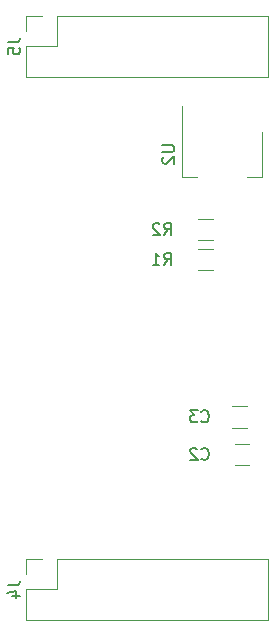
<source format=gbo>
G04 #@! TF.GenerationSoftware,KiCad,Pcbnew,(5.0.0)*
G04 #@! TF.CreationDate,2018-08-08T21:20:56+01:00*
G04 #@! TF.ProjectId,armm0,61726D6D302E6B696361645F70636200,rev?*
G04 #@! TF.SameCoordinates,Original*
G04 #@! TF.FileFunction,Legend,Bot*
G04 #@! TF.FilePolarity,Positive*
%FSLAX46Y46*%
G04 Gerber Fmt 4.6, Leading zero omitted, Abs format (unit mm)*
G04 Created by KiCad (PCBNEW (5.0.0)) date 08/08/18 21:20:56*
%MOMM*%
%LPD*%
G01*
G04 APERTURE LIST*
%ADD10C,0.120000*%
%ADD11C,0.150000*%
%ADD12R,1.727200X1.727200*%
%ADD13O,1.727200X1.727200*%
%ADD14C,0.100000*%
%ADD15C,1.425000*%
%ADD16R,1.700000X1.700000*%
%ADD17O,1.700000X1.700000*%
%ADD18R,1.500000X2.000000*%
%ADD19R,3.800000X2.000000*%
G04 APERTURE END LIST*
D10*
G04 #@! TO.C,R1*
X95087064Y-52980000D02*
X93882936Y-52980000D01*
X95087064Y-51160000D02*
X93882936Y-51160000D01*
G04 #@! TO.C,R2*
X95087064Y-48620000D02*
X93882936Y-48620000D01*
X95087064Y-50440000D02*
X93882936Y-50440000D01*
G04 #@! TO.C,J5*
X79315000Y-31436000D02*
X79315000Y-32766000D01*
X80645000Y-31436000D02*
X79315000Y-31436000D01*
X79315000Y-34036000D02*
X79315000Y-36636000D01*
X81915000Y-34036000D02*
X79315000Y-34036000D01*
X81915000Y-31436000D02*
X81915000Y-34036000D01*
X79315000Y-36636000D02*
X99755000Y-36636000D01*
X81915000Y-31436000D02*
X99755000Y-31436000D01*
X99755000Y-31436000D02*
X99755000Y-36636000D01*
G04 #@! TO.C,J4*
X99755000Y-77410000D02*
X99755000Y-82610000D01*
X81915000Y-77410000D02*
X99755000Y-77410000D01*
X79315000Y-82610000D02*
X99755000Y-82610000D01*
X81915000Y-77410000D02*
X81915000Y-80010000D01*
X81915000Y-80010000D02*
X79315000Y-80010000D01*
X79315000Y-80010000D02*
X79315000Y-82610000D01*
X80645000Y-77410000D02*
X79315000Y-77410000D01*
X79315000Y-77410000D02*
X79315000Y-78740000D01*
G04 #@! TO.C,C3*
X96770436Y-64495000D02*
X97974564Y-64495000D01*
X96770436Y-66315000D02*
X97974564Y-66315000D01*
G04 #@! TO.C,C2*
X96970436Y-67670000D02*
X98174564Y-67670000D01*
X96970436Y-69490000D02*
X98174564Y-69490000D01*
G04 #@! TO.C,U2*
X92475000Y-39055000D02*
X92475000Y-45065000D01*
X99295000Y-41305000D02*
X99295000Y-45065000D01*
X92475000Y-45065000D02*
X93735000Y-45065000D01*
X99295000Y-45065000D02*
X98035000Y-45065000D01*
G04 #@! TO.C,R1*
D11*
X90971666Y-52522380D02*
X91305000Y-52046190D01*
X91543095Y-52522380D02*
X91543095Y-51522380D01*
X91162142Y-51522380D01*
X91066904Y-51570000D01*
X91019285Y-51617619D01*
X90971666Y-51712857D01*
X90971666Y-51855714D01*
X91019285Y-51950952D01*
X91066904Y-51998571D01*
X91162142Y-52046190D01*
X91543095Y-52046190D01*
X90019285Y-52522380D02*
X90590714Y-52522380D01*
X90305000Y-52522380D02*
X90305000Y-51522380D01*
X90400238Y-51665238D01*
X90495476Y-51760476D01*
X90590714Y-51808095D01*
G04 #@! TO.C,R2*
X90971666Y-49982380D02*
X91305000Y-49506190D01*
X91543095Y-49982380D02*
X91543095Y-48982380D01*
X91162142Y-48982380D01*
X91066904Y-49030000D01*
X91019285Y-49077619D01*
X90971666Y-49172857D01*
X90971666Y-49315714D01*
X91019285Y-49410952D01*
X91066904Y-49458571D01*
X91162142Y-49506190D01*
X91543095Y-49506190D01*
X90590714Y-49077619D02*
X90543095Y-49030000D01*
X90447857Y-48982380D01*
X90209761Y-48982380D01*
X90114523Y-49030000D01*
X90066904Y-49077619D01*
X90019285Y-49172857D01*
X90019285Y-49268095D01*
X90066904Y-49410952D01*
X90638333Y-49982380D01*
X90019285Y-49982380D01*
G04 #@! TO.C,J5*
X77767380Y-33702666D02*
X78481666Y-33702666D01*
X78624523Y-33655047D01*
X78719761Y-33559809D01*
X78767380Y-33416952D01*
X78767380Y-33321714D01*
X77767380Y-34655047D02*
X77767380Y-34178857D01*
X78243571Y-34131238D01*
X78195952Y-34178857D01*
X78148333Y-34274095D01*
X78148333Y-34512190D01*
X78195952Y-34607428D01*
X78243571Y-34655047D01*
X78338809Y-34702666D01*
X78576904Y-34702666D01*
X78672142Y-34655047D01*
X78719761Y-34607428D01*
X78767380Y-34512190D01*
X78767380Y-34274095D01*
X78719761Y-34178857D01*
X78672142Y-34131238D01*
G04 #@! TO.C,J4*
X77767380Y-79676666D02*
X78481666Y-79676666D01*
X78624523Y-79629047D01*
X78719761Y-79533809D01*
X78767380Y-79390952D01*
X78767380Y-79295714D01*
X78100714Y-80581428D02*
X78767380Y-80581428D01*
X77719761Y-80343333D02*
X78434047Y-80105238D01*
X78434047Y-80724285D01*
G04 #@! TO.C,C3*
X94146666Y-65762142D02*
X94194285Y-65809761D01*
X94337142Y-65857380D01*
X94432380Y-65857380D01*
X94575238Y-65809761D01*
X94670476Y-65714523D01*
X94718095Y-65619285D01*
X94765714Y-65428809D01*
X94765714Y-65285952D01*
X94718095Y-65095476D01*
X94670476Y-65000238D01*
X94575238Y-64905000D01*
X94432380Y-64857380D01*
X94337142Y-64857380D01*
X94194285Y-64905000D01*
X94146666Y-64952619D01*
X93813333Y-64857380D02*
X93194285Y-64857380D01*
X93527619Y-65238333D01*
X93384761Y-65238333D01*
X93289523Y-65285952D01*
X93241904Y-65333571D01*
X93194285Y-65428809D01*
X93194285Y-65666904D01*
X93241904Y-65762142D01*
X93289523Y-65809761D01*
X93384761Y-65857380D01*
X93670476Y-65857380D01*
X93765714Y-65809761D01*
X93813333Y-65762142D01*
G04 #@! TO.C,C2*
X94146666Y-68937142D02*
X94194285Y-68984761D01*
X94337142Y-69032380D01*
X94432380Y-69032380D01*
X94575238Y-68984761D01*
X94670476Y-68889523D01*
X94718095Y-68794285D01*
X94765714Y-68603809D01*
X94765714Y-68460952D01*
X94718095Y-68270476D01*
X94670476Y-68175238D01*
X94575238Y-68080000D01*
X94432380Y-68032380D01*
X94337142Y-68032380D01*
X94194285Y-68080000D01*
X94146666Y-68127619D01*
X93765714Y-68127619D02*
X93718095Y-68080000D01*
X93622857Y-68032380D01*
X93384761Y-68032380D01*
X93289523Y-68080000D01*
X93241904Y-68127619D01*
X93194285Y-68222857D01*
X93194285Y-68318095D01*
X93241904Y-68460952D01*
X93813333Y-69032380D01*
X93194285Y-69032380D01*
G04 #@! TO.C,U2*
X90837380Y-42393095D02*
X91646904Y-42393095D01*
X91742142Y-42440714D01*
X91789761Y-42488333D01*
X91837380Y-42583571D01*
X91837380Y-42774047D01*
X91789761Y-42869285D01*
X91742142Y-42916904D01*
X91646904Y-42964523D01*
X90837380Y-42964523D01*
X90932619Y-43393095D02*
X90885000Y-43440714D01*
X90837380Y-43535952D01*
X90837380Y-43774047D01*
X90885000Y-43869285D01*
X90932619Y-43916904D01*
X91027857Y-43964523D01*
X91123095Y-43964523D01*
X91265952Y-43916904D01*
X91837380Y-43345476D01*
X91837380Y-43964523D01*
G04 #@! TD*
%LPC*%
D12*
G04 #@! TO.C,J1*
X78740000Y-46355000D03*
D13*
X81280000Y-46355000D03*
X78740000Y-48895000D03*
X81280000Y-48895000D03*
X78740000Y-51435000D03*
X81280000Y-51435000D03*
X78740000Y-53975000D03*
X81280000Y-53975000D03*
X78740000Y-56515000D03*
X81280000Y-56515000D03*
X78740000Y-59055000D03*
X81280000Y-59055000D03*
X78740000Y-61595000D03*
X81280000Y-61595000D03*
X78740000Y-64135000D03*
X81280000Y-64135000D03*
X78740000Y-66675000D03*
X81280000Y-66675000D03*
X78740000Y-69215000D03*
X81280000Y-69215000D03*
G04 #@! TD*
D14*
G04 #@! TO.C,R1*
G36*
X93484504Y-51196204D02*
X93508773Y-51199804D01*
X93532571Y-51205765D01*
X93555671Y-51214030D01*
X93577849Y-51224520D01*
X93598893Y-51237133D01*
X93618598Y-51251747D01*
X93636777Y-51268223D01*
X93653253Y-51286402D01*
X93667867Y-51306107D01*
X93680480Y-51327151D01*
X93690970Y-51349329D01*
X93699235Y-51372429D01*
X93705196Y-51396227D01*
X93708796Y-51420496D01*
X93710000Y-51445000D01*
X93710000Y-52695000D01*
X93708796Y-52719504D01*
X93705196Y-52743773D01*
X93699235Y-52767571D01*
X93690970Y-52790671D01*
X93680480Y-52812849D01*
X93667867Y-52833893D01*
X93653253Y-52853598D01*
X93636777Y-52871777D01*
X93618598Y-52888253D01*
X93598893Y-52902867D01*
X93577849Y-52915480D01*
X93555671Y-52925970D01*
X93532571Y-52934235D01*
X93508773Y-52940196D01*
X93484504Y-52943796D01*
X93460000Y-52945000D01*
X92535000Y-52945000D01*
X92510496Y-52943796D01*
X92486227Y-52940196D01*
X92462429Y-52934235D01*
X92439329Y-52925970D01*
X92417151Y-52915480D01*
X92396107Y-52902867D01*
X92376402Y-52888253D01*
X92358223Y-52871777D01*
X92341747Y-52853598D01*
X92327133Y-52833893D01*
X92314520Y-52812849D01*
X92304030Y-52790671D01*
X92295765Y-52767571D01*
X92289804Y-52743773D01*
X92286204Y-52719504D01*
X92285000Y-52695000D01*
X92285000Y-51445000D01*
X92286204Y-51420496D01*
X92289804Y-51396227D01*
X92295765Y-51372429D01*
X92304030Y-51349329D01*
X92314520Y-51327151D01*
X92327133Y-51306107D01*
X92341747Y-51286402D01*
X92358223Y-51268223D01*
X92376402Y-51251747D01*
X92396107Y-51237133D01*
X92417151Y-51224520D01*
X92439329Y-51214030D01*
X92462429Y-51205765D01*
X92486227Y-51199804D01*
X92510496Y-51196204D01*
X92535000Y-51195000D01*
X93460000Y-51195000D01*
X93484504Y-51196204D01*
X93484504Y-51196204D01*
G37*
D15*
X92997500Y-52070000D03*
D14*
G36*
X96459504Y-51196204D02*
X96483773Y-51199804D01*
X96507571Y-51205765D01*
X96530671Y-51214030D01*
X96552849Y-51224520D01*
X96573893Y-51237133D01*
X96593598Y-51251747D01*
X96611777Y-51268223D01*
X96628253Y-51286402D01*
X96642867Y-51306107D01*
X96655480Y-51327151D01*
X96665970Y-51349329D01*
X96674235Y-51372429D01*
X96680196Y-51396227D01*
X96683796Y-51420496D01*
X96685000Y-51445000D01*
X96685000Y-52695000D01*
X96683796Y-52719504D01*
X96680196Y-52743773D01*
X96674235Y-52767571D01*
X96665970Y-52790671D01*
X96655480Y-52812849D01*
X96642867Y-52833893D01*
X96628253Y-52853598D01*
X96611777Y-52871777D01*
X96593598Y-52888253D01*
X96573893Y-52902867D01*
X96552849Y-52915480D01*
X96530671Y-52925970D01*
X96507571Y-52934235D01*
X96483773Y-52940196D01*
X96459504Y-52943796D01*
X96435000Y-52945000D01*
X95510000Y-52945000D01*
X95485496Y-52943796D01*
X95461227Y-52940196D01*
X95437429Y-52934235D01*
X95414329Y-52925970D01*
X95392151Y-52915480D01*
X95371107Y-52902867D01*
X95351402Y-52888253D01*
X95333223Y-52871777D01*
X95316747Y-52853598D01*
X95302133Y-52833893D01*
X95289520Y-52812849D01*
X95279030Y-52790671D01*
X95270765Y-52767571D01*
X95264804Y-52743773D01*
X95261204Y-52719504D01*
X95260000Y-52695000D01*
X95260000Y-51445000D01*
X95261204Y-51420496D01*
X95264804Y-51396227D01*
X95270765Y-51372429D01*
X95279030Y-51349329D01*
X95289520Y-51327151D01*
X95302133Y-51306107D01*
X95316747Y-51286402D01*
X95333223Y-51268223D01*
X95351402Y-51251747D01*
X95371107Y-51237133D01*
X95392151Y-51224520D01*
X95414329Y-51214030D01*
X95437429Y-51205765D01*
X95461227Y-51199804D01*
X95485496Y-51196204D01*
X95510000Y-51195000D01*
X96435000Y-51195000D01*
X96459504Y-51196204D01*
X96459504Y-51196204D01*
G37*
D15*
X95972500Y-52070000D03*
G04 #@! TD*
D14*
G04 #@! TO.C,R2*
G36*
X96459504Y-48656204D02*
X96483773Y-48659804D01*
X96507571Y-48665765D01*
X96530671Y-48674030D01*
X96552849Y-48684520D01*
X96573893Y-48697133D01*
X96593598Y-48711747D01*
X96611777Y-48728223D01*
X96628253Y-48746402D01*
X96642867Y-48766107D01*
X96655480Y-48787151D01*
X96665970Y-48809329D01*
X96674235Y-48832429D01*
X96680196Y-48856227D01*
X96683796Y-48880496D01*
X96685000Y-48905000D01*
X96685000Y-50155000D01*
X96683796Y-50179504D01*
X96680196Y-50203773D01*
X96674235Y-50227571D01*
X96665970Y-50250671D01*
X96655480Y-50272849D01*
X96642867Y-50293893D01*
X96628253Y-50313598D01*
X96611777Y-50331777D01*
X96593598Y-50348253D01*
X96573893Y-50362867D01*
X96552849Y-50375480D01*
X96530671Y-50385970D01*
X96507571Y-50394235D01*
X96483773Y-50400196D01*
X96459504Y-50403796D01*
X96435000Y-50405000D01*
X95510000Y-50405000D01*
X95485496Y-50403796D01*
X95461227Y-50400196D01*
X95437429Y-50394235D01*
X95414329Y-50385970D01*
X95392151Y-50375480D01*
X95371107Y-50362867D01*
X95351402Y-50348253D01*
X95333223Y-50331777D01*
X95316747Y-50313598D01*
X95302133Y-50293893D01*
X95289520Y-50272849D01*
X95279030Y-50250671D01*
X95270765Y-50227571D01*
X95264804Y-50203773D01*
X95261204Y-50179504D01*
X95260000Y-50155000D01*
X95260000Y-48905000D01*
X95261204Y-48880496D01*
X95264804Y-48856227D01*
X95270765Y-48832429D01*
X95279030Y-48809329D01*
X95289520Y-48787151D01*
X95302133Y-48766107D01*
X95316747Y-48746402D01*
X95333223Y-48728223D01*
X95351402Y-48711747D01*
X95371107Y-48697133D01*
X95392151Y-48684520D01*
X95414329Y-48674030D01*
X95437429Y-48665765D01*
X95461227Y-48659804D01*
X95485496Y-48656204D01*
X95510000Y-48655000D01*
X96435000Y-48655000D01*
X96459504Y-48656204D01*
X96459504Y-48656204D01*
G37*
D15*
X95972500Y-49530000D03*
D14*
G36*
X93484504Y-48656204D02*
X93508773Y-48659804D01*
X93532571Y-48665765D01*
X93555671Y-48674030D01*
X93577849Y-48684520D01*
X93598893Y-48697133D01*
X93618598Y-48711747D01*
X93636777Y-48728223D01*
X93653253Y-48746402D01*
X93667867Y-48766107D01*
X93680480Y-48787151D01*
X93690970Y-48809329D01*
X93699235Y-48832429D01*
X93705196Y-48856227D01*
X93708796Y-48880496D01*
X93710000Y-48905000D01*
X93710000Y-50155000D01*
X93708796Y-50179504D01*
X93705196Y-50203773D01*
X93699235Y-50227571D01*
X93690970Y-50250671D01*
X93680480Y-50272849D01*
X93667867Y-50293893D01*
X93653253Y-50313598D01*
X93636777Y-50331777D01*
X93618598Y-50348253D01*
X93598893Y-50362867D01*
X93577849Y-50375480D01*
X93555671Y-50385970D01*
X93532571Y-50394235D01*
X93508773Y-50400196D01*
X93484504Y-50403796D01*
X93460000Y-50405000D01*
X92535000Y-50405000D01*
X92510496Y-50403796D01*
X92486227Y-50400196D01*
X92462429Y-50394235D01*
X92439329Y-50385970D01*
X92417151Y-50375480D01*
X92396107Y-50362867D01*
X92376402Y-50348253D01*
X92358223Y-50331777D01*
X92341747Y-50313598D01*
X92327133Y-50293893D01*
X92314520Y-50272849D01*
X92304030Y-50250671D01*
X92295765Y-50227571D01*
X92289804Y-50203773D01*
X92286204Y-50179504D01*
X92285000Y-50155000D01*
X92285000Y-48905000D01*
X92286204Y-48880496D01*
X92289804Y-48856227D01*
X92295765Y-48832429D01*
X92304030Y-48809329D01*
X92314520Y-48787151D01*
X92327133Y-48766107D01*
X92341747Y-48746402D01*
X92358223Y-48728223D01*
X92376402Y-48711747D01*
X92396107Y-48697133D01*
X92417151Y-48684520D01*
X92439329Y-48674030D01*
X92462429Y-48665765D01*
X92486227Y-48659804D01*
X92510496Y-48656204D01*
X92535000Y-48655000D01*
X93460000Y-48655000D01*
X93484504Y-48656204D01*
X93484504Y-48656204D01*
G37*
D15*
X92997500Y-49530000D03*
G04 #@! TD*
D16*
G04 #@! TO.C,J8*
X88265000Y-40005000D03*
D17*
X88265000Y-42545000D03*
X88265000Y-45085000D03*
G04 #@! TD*
D16*
G04 #@! TO.C,J6*
X88265000Y-59690000D03*
D17*
X90805000Y-59690000D03*
X93345000Y-59690000D03*
X95885000Y-59690000D03*
X98425000Y-59690000D03*
G04 #@! TD*
G04 #@! TO.C,J5*
X98425000Y-35306000D03*
X98425000Y-32766000D03*
X95885000Y-35306000D03*
X95885000Y-32766000D03*
X93345000Y-35306000D03*
X93345000Y-32766000D03*
X90805000Y-35306000D03*
X90805000Y-32766000D03*
X88265000Y-35306000D03*
X88265000Y-32766000D03*
X85725000Y-35306000D03*
X85725000Y-32766000D03*
X83185000Y-35306000D03*
X83185000Y-32766000D03*
X80645000Y-35306000D03*
D16*
X80645000Y-32766000D03*
G04 #@! TD*
G04 #@! TO.C,J4*
X80645000Y-78740000D03*
D17*
X80645000Y-81280000D03*
X83185000Y-78740000D03*
X83185000Y-81280000D03*
X85725000Y-78740000D03*
X85725000Y-81280000D03*
X88265000Y-78740000D03*
X88265000Y-81280000D03*
X90805000Y-78740000D03*
X90805000Y-81280000D03*
X93345000Y-78740000D03*
X93345000Y-81280000D03*
X95885000Y-78740000D03*
X95885000Y-81280000D03*
X98425000Y-78740000D03*
X98425000Y-81280000D03*
G04 #@! TD*
D14*
G04 #@! TO.C,C3*
G36*
X99347004Y-64531204D02*
X99371273Y-64534804D01*
X99395071Y-64540765D01*
X99418171Y-64549030D01*
X99440349Y-64559520D01*
X99461393Y-64572133D01*
X99481098Y-64586747D01*
X99499277Y-64603223D01*
X99515753Y-64621402D01*
X99530367Y-64641107D01*
X99542980Y-64662151D01*
X99553470Y-64684329D01*
X99561735Y-64707429D01*
X99567696Y-64731227D01*
X99571296Y-64755496D01*
X99572500Y-64780000D01*
X99572500Y-66030000D01*
X99571296Y-66054504D01*
X99567696Y-66078773D01*
X99561735Y-66102571D01*
X99553470Y-66125671D01*
X99542980Y-66147849D01*
X99530367Y-66168893D01*
X99515753Y-66188598D01*
X99499277Y-66206777D01*
X99481098Y-66223253D01*
X99461393Y-66237867D01*
X99440349Y-66250480D01*
X99418171Y-66260970D01*
X99395071Y-66269235D01*
X99371273Y-66275196D01*
X99347004Y-66278796D01*
X99322500Y-66280000D01*
X98397500Y-66280000D01*
X98372996Y-66278796D01*
X98348727Y-66275196D01*
X98324929Y-66269235D01*
X98301829Y-66260970D01*
X98279651Y-66250480D01*
X98258607Y-66237867D01*
X98238902Y-66223253D01*
X98220723Y-66206777D01*
X98204247Y-66188598D01*
X98189633Y-66168893D01*
X98177020Y-66147849D01*
X98166530Y-66125671D01*
X98158265Y-66102571D01*
X98152304Y-66078773D01*
X98148704Y-66054504D01*
X98147500Y-66030000D01*
X98147500Y-64780000D01*
X98148704Y-64755496D01*
X98152304Y-64731227D01*
X98158265Y-64707429D01*
X98166530Y-64684329D01*
X98177020Y-64662151D01*
X98189633Y-64641107D01*
X98204247Y-64621402D01*
X98220723Y-64603223D01*
X98238902Y-64586747D01*
X98258607Y-64572133D01*
X98279651Y-64559520D01*
X98301829Y-64549030D01*
X98324929Y-64540765D01*
X98348727Y-64534804D01*
X98372996Y-64531204D01*
X98397500Y-64530000D01*
X99322500Y-64530000D01*
X99347004Y-64531204D01*
X99347004Y-64531204D01*
G37*
D15*
X98860000Y-65405000D03*
D14*
G36*
X96372004Y-64531204D02*
X96396273Y-64534804D01*
X96420071Y-64540765D01*
X96443171Y-64549030D01*
X96465349Y-64559520D01*
X96486393Y-64572133D01*
X96506098Y-64586747D01*
X96524277Y-64603223D01*
X96540753Y-64621402D01*
X96555367Y-64641107D01*
X96567980Y-64662151D01*
X96578470Y-64684329D01*
X96586735Y-64707429D01*
X96592696Y-64731227D01*
X96596296Y-64755496D01*
X96597500Y-64780000D01*
X96597500Y-66030000D01*
X96596296Y-66054504D01*
X96592696Y-66078773D01*
X96586735Y-66102571D01*
X96578470Y-66125671D01*
X96567980Y-66147849D01*
X96555367Y-66168893D01*
X96540753Y-66188598D01*
X96524277Y-66206777D01*
X96506098Y-66223253D01*
X96486393Y-66237867D01*
X96465349Y-66250480D01*
X96443171Y-66260970D01*
X96420071Y-66269235D01*
X96396273Y-66275196D01*
X96372004Y-66278796D01*
X96347500Y-66280000D01*
X95422500Y-66280000D01*
X95397996Y-66278796D01*
X95373727Y-66275196D01*
X95349929Y-66269235D01*
X95326829Y-66260970D01*
X95304651Y-66250480D01*
X95283607Y-66237867D01*
X95263902Y-66223253D01*
X95245723Y-66206777D01*
X95229247Y-66188598D01*
X95214633Y-66168893D01*
X95202020Y-66147849D01*
X95191530Y-66125671D01*
X95183265Y-66102571D01*
X95177304Y-66078773D01*
X95173704Y-66054504D01*
X95172500Y-66030000D01*
X95172500Y-64780000D01*
X95173704Y-64755496D01*
X95177304Y-64731227D01*
X95183265Y-64707429D01*
X95191530Y-64684329D01*
X95202020Y-64662151D01*
X95214633Y-64641107D01*
X95229247Y-64621402D01*
X95245723Y-64603223D01*
X95263902Y-64586747D01*
X95283607Y-64572133D01*
X95304651Y-64559520D01*
X95326829Y-64549030D01*
X95349929Y-64540765D01*
X95373727Y-64534804D01*
X95397996Y-64531204D01*
X95422500Y-64530000D01*
X96347500Y-64530000D01*
X96372004Y-64531204D01*
X96372004Y-64531204D01*
G37*
D15*
X95885000Y-65405000D03*
G04 #@! TD*
D14*
G04 #@! TO.C,C2*
G36*
X99547004Y-67706204D02*
X99571273Y-67709804D01*
X99595071Y-67715765D01*
X99618171Y-67724030D01*
X99640349Y-67734520D01*
X99661393Y-67747133D01*
X99681098Y-67761747D01*
X99699277Y-67778223D01*
X99715753Y-67796402D01*
X99730367Y-67816107D01*
X99742980Y-67837151D01*
X99753470Y-67859329D01*
X99761735Y-67882429D01*
X99767696Y-67906227D01*
X99771296Y-67930496D01*
X99772500Y-67955000D01*
X99772500Y-69205000D01*
X99771296Y-69229504D01*
X99767696Y-69253773D01*
X99761735Y-69277571D01*
X99753470Y-69300671D01*
X99742980Y-69322849D01*
X99730367Y-69343893D01*
X99715753Y-69363598D01*
X99699277Y-69381777D01*
X99681098Y-69398253D01*
X99661393Y-69412867D01*
X99640349Y-69425480D01*
X99618171Y-69435970D01*
X99595071Y-69444235D01*
X99571273Y-69450196D01*
X99547004Y-69453796D01*
X99522500Y-69455000D01*
X98597500Y-69455000D01*
X98572996Y-69453796D01*
X98548727Y-69450196D01*
X98524929Y-69444235D01*
X98501829Y-69435970D01*
X98479651Y-69425480D01*
X98458607Y-69412867D01*
X98438902Y-69398253D01*
X98420723Y-69381777D01*
X98404247Y-69363598D01*
X98389633Y-69343893D01*
X98377020Y-69322849D01*
X98366530Y-69300671D01*
X98358265Y-69277571D01*
X98352304Y-69253773D01*
X98348704Y-69229504D01*
X98347500Y-69205000D01*
X98347500Y-67955000D01*
X98348704Y-67930496D01*
X98352304Y-67906227D01*
X98358265Y-67882429D01*
X98366530Y-67859329D01*
X98377020Y-67837151D01*
X98389633Y-67816107D01*
X98404247Y-67796402D01*
X98420723Y-67778223D01*
X98438902Y-67761747D01*
X98458607Y-67747133D01*
X98479651Y-67734520D01*
X98501829Y-67724030D01*
X98524929Y-67715765D01*
X98548727Y-67709804D01*
X98572996Y-67706204D01*
X98597500Y-67705000D01*
X99522500Y-67705000D01*
X99547004Y-67706204D01*
X99547004Y-67706204D01*
G37*
D15*
X99060000Y-68580000D03*
D14*
G36*
X96572004Y-67706204D02*
X96596273Y-67709804D01*
X96620071Y-67715765D01*
X96643171Y-67724030D01*
X96665349Y-67734520D01*
X96686393Y-67747133D01*
X96706098Y-67761747D01*
X96724277Y-67778223D01*
X96740753Y-67796402D01*
X96755367Y-67816107D01*
X96767980Y-67837151D01*
X96778470Y-67859329D01*
X96786735Y-67882429D01*
X96792696Y-67906227D01*
X96796296Y-67930496D01*
X96797500Y-67955000D01*
X96797500Y-69205000D01*
X96796296Y-69229504D01*
X96792696Y-69253773D01*
X96786735Y-69277571D01*
X96778470Y-69300671D01*
X96767980Y-69322849D01*
X96755367Y-69343893D01*
X96740753Y-69363598D01*
X96724277Y-69381777D01*
X96706098Y-69398253D01*
X96686393Y-69412867D01*
X96665349Y-69425480D01*
X96643171Y-69435970D01*
X96620071Y-69444235D01*
X96596273Y-69450196D01*
X96572004Y-69453796D01*
X96547500Y-69455000D01*
X95622500Y-69455000D01*
X95597996Y-69453796D01*
X95573727Y-69450196D01*
X95549929Y-69444235D01*
X95526829Y-69435970D01*
X95504651Y-69425480D01*
X95483607Y-69412867D01*
X95463902Y-69398253D01*
X95445723Y-69381777D01*
X95429247Y-69363598D01*
X95414633Y-69343893D01*
X95402020Y-69322849D01*
X95391530Y-69300671D01*
X95383265Y-69277571D01*
X95377304Y-69253773D01*
X95373704Y-69229504D01*
X95372500Y-69205000D01*
X95372500Y-67955000D01*
X95373704Y-67930496D01*
X95377304Y-67906227D01*
X95383265Y-67882429D01*
X95391530Y-67859329D01*
X95402020Y-67837151D01*
X95414633Y-67816107D01*
X95429247Y-67796402D01*
X95445723Y-67778223D01*
X95463902Y-67761747D01*
X95483607Y-67747133D01*
X95504651Y-67734520D01*
X95526829Y-67724030D01*
X95549929Y-67715765D01*
X95573727Y-67709804D01*
X95597996Y-67706204D01*
X95622500Y-67705000D01*
X96547500Y-67705000D01*
X96572004Y-67706204D01*
X96572004Y-67706204D01*
G37*
D15*
X96085000Y-68580000D03*
G04 #@! TD*
D18*
G04 #@! TO.C,U2*
X93585000Y-40005000D03*
X98185000Y-40005000D03*
X95885000Y-40005000D03*
D19*
X95885000Y-46305000D03*
G04 #@! TD*
M02*

</source>
